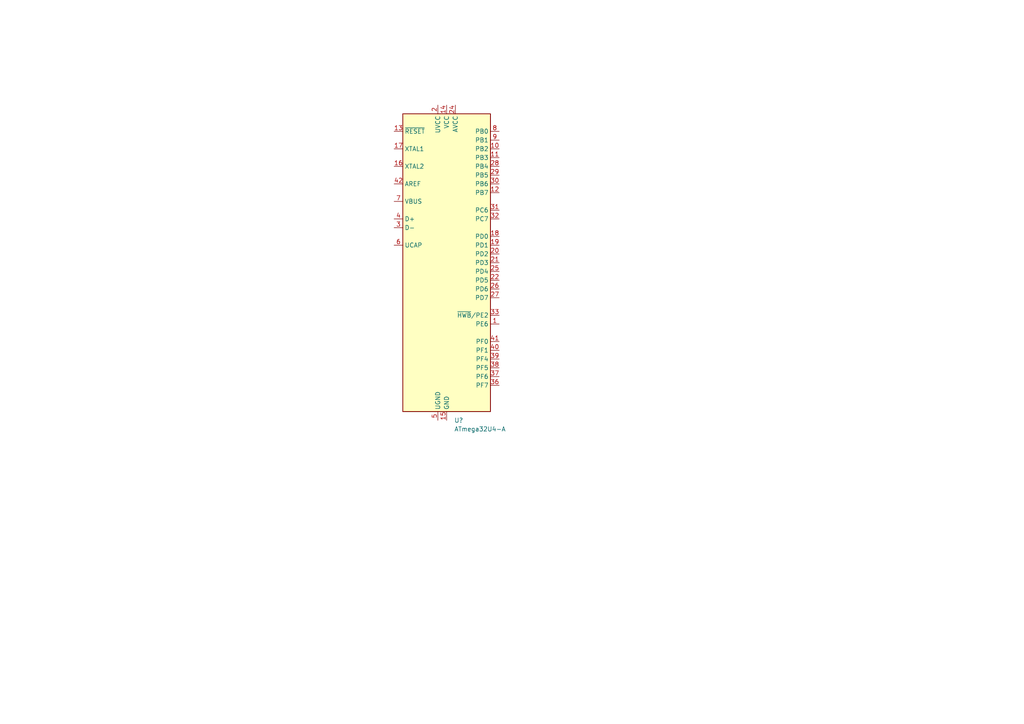
<source format=kicad_sch>
(kicad_sch (version 20231120) (generator "eeschema") (generator_version "8.0")
  (paper "A4")
  (lib_symbols
    (symbol "MCU_Microchip_ATmega:ATmega32U4-A"
      (property "Reference" "U" (at -12.7 44.45 0))
      (property "Value" "ATmega32U4-A" (at 2.54 -44.45 0))
      (symbol "ATmega32U4-A_0_1"
        (rectangle (start -12.7 -43.18) (end 12.7 43.18) (stroke (width 0.254)) (fill (type background)))
      )
      (symbol "ATmega32U4-A_1_1"
        (pin bidirectional line (at 15.24 -17.78 180) (length 2.54) (name "PE6") (number "1"))
        (pin bidirectional line (at 15.24 33.02 180) (length 2.54) (name "PB2") (number "10"))
        (pin bidirectional line (at 15.24 30.48 180) (length 2.54) (name "PB3") (number "11"))
        (pin bidirectional line (at 15.24 20.32 180) (length 2.54) (name "PB7") (number "12"))
        (pin input line (at -15.24 38.1 0) (length 2.54) (name "~{RESET}") (number "13"))
        (pin power_in line (at 0 45.72 270) (length 2.54) (name "VCC") (number "14"))
        (pin power_in line (at 0 -45.72 90) (length 2.54) (name "GND") (number "15"))
        (pin output line (at -15.24 27.94 0) (length 2.54) (name "XTAL2") (number "16"))
        (pin input line (at -15.24 33.02 0) (length 2.54) (name "XTAL1") (number "17"))
        (pin bidirectional line (at 15.24 7.62 180) (length 2.54) (name "PD0") (number "18"))
        (pin bidirectional line (at 15.24 5.08 180) (length 2.54) (name "PD1") (number "19"))
        (pin power_in line (at -2.54 45.72 270) (length 2.54) (name "UVCC") (number "2"))
        (pin bidirectional line (at 15.24 2.54 180) (length 2.54) (name "PD2") (number "20"))
        (pin bidirectional line (at 15.24 0 180) (length 2.54) (name "PD3") (number "21"))
        (pin bidirectional line (at 15.24 -5.08 180) (length 2.54) (name "PD5") (number "22"))
        (pin passive line (at 0 -45.72 90) (length 2.54) hide (name "GND") (number "23"))
        (pin power_in line (at 2.54 45.72 270) (length 2.54) (name "AVCC") (number "24"))
        (pin bidirectional line (at 15.24 -2.54 180) (length 2.54) (name "PD4") (number "25"))
        (pin bidirectional line (at 15.24 -7.62 180) (length 2.54) (name "PD6") (number "26"))
        (pin bidirectional line (at 15.24 -10.16 180) (length 2.54) (name "PD7") (number "27"))
        (pin bidirectional line (at 15.24 27.94 180) (length 2.54) (name "PB4") (number "28"))
        (pin bidirectional line (at 15.24 25.4 180) (length 2.54) (name "PB5") (number "29"))
        (pin bidirectional line (at -15.24 10.16 0) (length 2.54) (name "D-") (number "3"))
        (pin bidirectional line (at 15.24 22.86 180) (length 2.54) (name "PB6") (number "30"))
        (pin bidirectional line (at 15.24 15.24 180) (length 2.54) (name "PC6") (number "31"))
        (pin bidirectional line (at 15.24 12.7 180) (length 2.54) (name "PC7") (number "32"))
        (pin bidirectional line (at 15.24 -15.24 180) (length 2.54) (name "~{HWB}/PE2") (number "33"))
        (pin passive line (at 0 45.72 270) (length 2.54) hide (name "VCC") (number "34"))
        (pin passive line (at 0 -45.72 90) (length 2.54) hide (name "GND") (number "35"))
        (pin bidirectional line (at 15.24 -35.56 180) (length 2.54) (name "PF7") (number "36"))
        (pin bidirectional line (at 15.24 -33.02 180) (length 2.54) (name "PF6") (number "37"))
        (pin bidirectional line (at 15.24 -30.48 180) (length 2.54) (name "PF5") (number "38"))
        (pin bidirectional line (at 15.24 -27.94 180) (length 2.54) (name "PF4") (number "39"))
        (pin bidirectional line (at -15.24 12.7 0) (length 2.54) (name "D+") (number "4"))
        (pin bidirectional line (at 15.24 -25.4 180) (length 2.54) (name "PF1") (number "40"))
        (pin bidirectional line (at 15.24 -22.86 180) (length 2.54) (name "PF0") (number "41"))
        (pin passive line (at -15.24 22.86 0) (length 2.54) (name "AREF") (number "42"))
        (pin passive line (at 0 -45.72 90) (length 2.54) hide (name "GND") (number "43"))
        (pin passive line (at 2.54 45.72 270) (length 2.54) hide (name "AVCC") (number "44"))
        (pin passive line (at -2.54 -45.72 90) (length 2.54) (name "UGND") (number "5"))
        (pin passive line (at -15.24 5.08 0) (length 2.54) (name "UCAP") (number "6"))
        (pin input line (at -15.24 17.78 0) (length 2.54) (name "VBUS") (number "7"))
        (pin bidirectional line (at 15.24 38.1 180) (length 2.54) (name "PB0") (number "8"))
        (pin bidirectional line (at 15.24 35.56 180) (length 2.54) (name "PB1") (number "9"))
      )
    )
  )
  (symbol (lib_id "MCU_Microchip_ATmega:ATmega32U4-A") (at 129.54 76.2 0) (unit 1)
    (property "Reference" "U?" (at 131.7341 121.92 0) (effects (justify left)))
    (property "Value" "ATmega32U4-A" (at 131.7341 124.46 0) (effects (justify left)))
    (property "Footprint" "Package_QFP:TQFP-44_10x10mm_P0.8mm" (effects (hide yes)))
    (property "Datasheet" "http://ww1.microchip.com/downloads/en/DeviceDoc/Atmel-7766-8-bit-AVR-ATmega16U4-32U4_Datasheet.pdf" (effects (hide yes)))
    (property "Description" "16MHz, 32kB Flash, 2.5kB SRAM, 1kB EEPROM, USB 2.0, TQFP-44" (effects (hide yes)))
  )
)
</source>
